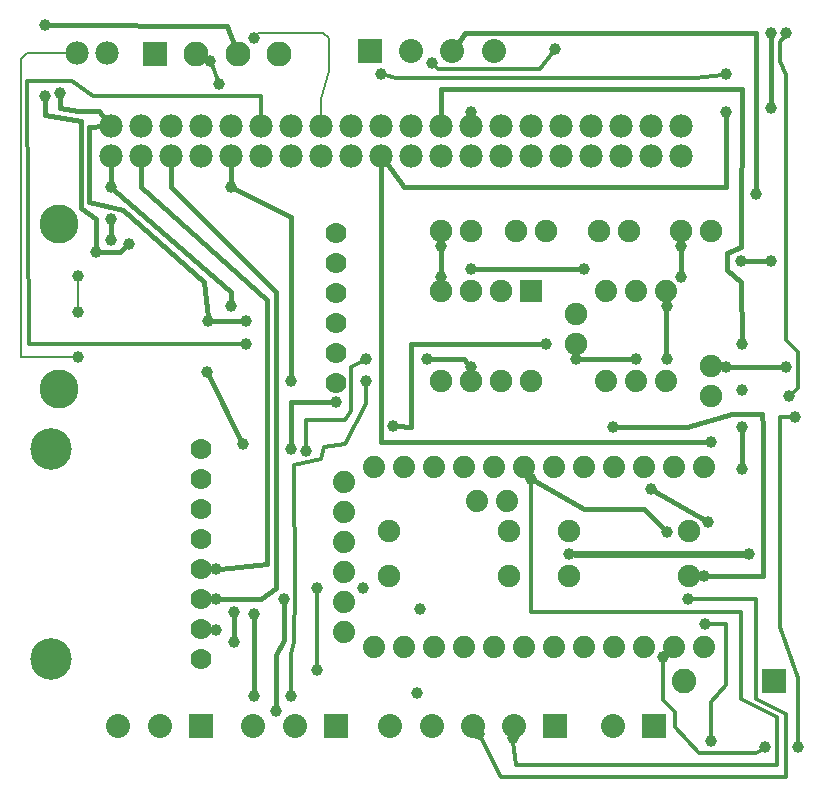
<source format=gtl>
G04 MADE WITH FRITZING*
G04 WWW.FRITZING.ORG*
G04 DOUBLE SIDED*
G04 HOLES PLATED*
G04 CONTOUR ON CENTER OF CONTOUR VECTOR*
%ASAXBY*%
%FSLAX23Y23*%
%MOIN*%
%OFA0B0*%
%SFA1.0B1.0*%
%ADD10C,0.078000*%
%ADD11C,0.039370*%
%ADD12C,0.075000*%
%ADD13C,0.083307*%
%ADD14C,0.074000*%
%ADD15C,0.070000*%
%ADD16C,0.138425*%
%ADD17C,0.082000*%
%ADD18C,0.080000*%
%ADD19C,0.129921*%
%ADD20R,0.083307X0.083307*%
%ADD21R,0.082000X0.082000*%
%ADD22R,0.080000X0.080000*%
%ADD23R,0.075000X0.075000*%
%ADD24C,0.008000*%
%ADD25C,0.016000*%
%ADD26C,0.012000*%
%ADD27C,0.024000*%
%LNCOPPER1*%
G90*
G70*
G54D10*
X306Y2543D03*
X206Y2543D03*
G54D11*
X322Y2096D03*
X210Y1529D03*
X210Y1678D03*
X211Y1798D03*
X321Y1918D03*
X321Y1988D03*
X1072Y1378D03*
X796Y2593D03*
X645Y1649D03*
X971Y1217D03*
X761Y1238D03*
X641Y1478D03*
X770Y1649D03*
X671Y822D03*
X671Y723D03*
X671Y621D03*
X1422Y1899D03*
X1422Y1797D03*
X721Y1698D03*
X921Y1448D03*
X2321Y1247D03*
X2521Y1849D03*
X1521Y2346D03*
X770Y1573D03*
X1771Y1573D03*
X1172Y1448D03*
X921Y398D03*
X2472Y2073D03*
X2446Y872D03*
X1847Y872D03*
X1721Y1122D03*
X2173Y947D03*
X1995Y1296D03*
X2298Y799D03*
X2370Y2346D03*
X2370Y2472D03*
X1221Y2472D03*
X2423Y1573D03*
X2423Y1421D03*
X2571Y1497D03*
X2370Y1497D03*
X2222Y1899D03*
X2222Y1797D03*
X2070Y1523D03*
X1870Y1523D03*
X1547Y272D03*
X2245Y723D03*
X1521Y1497D03*
X1373Y1523D03*
X1172Y1523D03*
X796Y674D03*
X796Y398D03*
X2173Y1698D03*
X2173Y1523D03*
X1008Y761D03*
X1008Y485D03*
X921Y1223D03*
X896Y723D03*
X871Y348D03*
X2121Y1088D03*
X2311Y978D03*
X2423Y1296D03*
X2423Y1157D03*
X151Y2408D03*
X721Y2096D03*
X102Y2398D03*
X102Y2637D03*
X271Y1878D03*
X380Y1907D03*
X2520Y2609D03*
X1521Y1823D03*
X1896Y1823D03*
X2422Y1848D03*
X1159Y761D03*
X732Y578D03*
X732Y678D03*
X1341Y408D03*
X1352Y688D03*
X1261Y1298D03*
X1661Y258D03*
X2302Y639D03*
X2320Y248D03*
X2581Y1398D03*
X2501Y228D03*
X2611Y228D03*
X2601Y1328D03*
X2521Y2358D03*
X2571Y2608D03*
X1801Y2557D03*
X1392Y2508D03*
X651Y2517D03*
X2161Y528D03*
X681Y2438D03*
G54D12*
X1846Y798D03*
X2246Y798D03*
X1846Y798D03*
X2246Y798D03*
X1246Y798D03*
X1646Y798D03*
X1246Y798D03*
X1646Y798D03*
G54D13*
X468Y2538D03*
X605Y2538D03*
X743Y2538D03*
X881Y2538D03*
G54D14*
X1096Y1113D03*
X1096Y1013D03*
X1096Y913D03*
X1096Y813D03*
X1096Y713D03*
X1096Y613D03*
X1196Y1163D03*
X1296Y1163D03*
X1396Y1163D03*
X1496Y1163D03*
X1596Y1163D03*
X1541Y1048D03*
X1641Y1048D03*
X1696Y1163D03*
X1796Y1163D03*
X1896Y1163D03*
X1996Y1163D03*
X2096Y1163D03*
X2196Y1163D03*
X2296Y1163D03*
X2296Y563D03*
X2196Y563D03*
X2096Y563D03*
X1996Y563D03*
X1896Y563D03*
X1796Y563D03*
X1696Y563D03*
X1596Y563D03*
X1496Y563D03*
X1396Y563D03*
X1296Y563D03*
X1196Y563D03*
G54D12*
X1846Y948D03*
X2246Y948D03*
X1846Y948D03*
X2246Y948D03*
X1246Y948D03*
X1646Y948D03*
X1246Y948D03*
X1646Y948D03*
G54D15*
X1071Y1443D03*
X1071Y1543D03*
X1071Y1643D03*
X1071Y1743D03*
X1071Y1843D03*
X1071Y1943D03*
X621Y1023D03*
G54D16*
X121Y523D03*
G54D15*
X621Y623D03*
X621Y823D03*
X621Y1223D03*
X621Y523D03*
X621Y723D03*
X621Y923D03*
X621Y1123D03*
G54D16*
X121Y1223D03*
G54D17*
X2529Y448D03*
X2231Y448D03*
G54D18*
X2131Y298D03*
X1993Y298D03*
G54D10*
X321Y2198D03*
X421Y2198D03*
X521Y2198D03*
X621Y2198D03*
X721Y2198D03*
X821Y2198D03*
X921Y2198D03*
X1021Y2198D03*
X1121Y2198D03*
X1221Y2198D03*
X1321Y2198D03*
X1421Y2198D03*
X1521Y2198D03*
X1621Y2198D03*
X1721Y2198D03*
X1821Y2198D03*
X1921Y2198D03*
X2021Y2198D03*
X2121Y2198D03*
X2221Y2198D03*
X321Y2198D03*
X421Y2198D03*
X521Y2198D03*
X621Y2198D03*
X721Y2198D03*
X821Y2198D03*
X921Y2198D03*
X1021Y2198D03*
X1121Y2198D03*
X1221Y2198D03*
X1321Y2198D03*
X1421Y2198D03*
X1521Y2198D03*
X1621Y2198D03*
X1721Y2198D03*
X1821Y2198D03*
X1921Y2198D03*
X2021Y2198D03*
X2121Y2198D03*
X2221Y2198D03*
X2221Y2298D03*
X2121Y2298D03*
X2021Y2298D03*
X1921Y2298D03*
X1821Y2298D03*
X1721Y2298D03*
X1621Y2298D03*
X1521Y2298D03*
X1421Y2298D03*
X1321Y2298D03*
X1221Y2298D03*
X1121Y2298D03*
X1021Y2298D03*
X921Y2298D03*
X821Y2298D03*
X721Y2298D03*
X621Y2298D03*
X521Y2298D03*
X421Y2298D03*
X321Y2298D03*
G54D12*
X1871Y1673D03*
X1871Y1573D03*
X2321Y1498D03*
X2321Y1398D03*
G54D14*
X1971Y1448D03*
X2071Y1448D03*
X2171Y1448D03*
X1971Y1448D03*
X2071Y1448D03*
X2171Y1448D03*
X1971Y1748D03*
X2071Y1748D03*
X2171Y1748D03*
X1971Y1748D03*
X2071Y1748D03*
X2171Y1748D03*
G54D19*
X146Y1973D03*
X146Y1423D03*
G54D12*
X2046Y1948D03*
X1946Y1948D03*
X2321Y1948D03*
X2221Y1948D03*
X1721Y1748D03*
X1721Y1448D03*
X1621Y1748D03*
X1621Y1448D03*
X1521Y1748D03*
X1521Y1448D03*
X1421Y1748D03*
X1421Y1448D03*
X1671Y1948D03*
X1771Y1948D03*
X1421Y1948D03*
X1521Y1948D03*
G54D18*
X1802Y298D03*
X1664Y298D03*
X1527Y298D03*
X1389Y298D03*
X1251Y298D03*
X1071Y298D03*
X933Y298D03*
X795Y298D03*
X1183Y2548D03*
X1321Y2548D03*
X1458Y2548D03*
X1596Y2548D03*
X621Y298D03*
X483Y298D03*
X345Y298D03*
G54D20*
X468Y2538D03*
G54D21*
X2530Y448D03*
G54D22*
X2131Y298D03*
G54D23*
X1721Y1748D03*
G54D22*
X1802Y298D03*
X1071Y298D03*
X1183Y2548D03*
X621Y298D03*
G54D24*
X21Y2523D02*
X20Y1529D01*
G54D25*
D02*
X321Y1974D02*
X321Y1932D01*
G54D24*
D02*
X41Y2542D02*
X21Y2523D01*
D02*
X20Y1529D02*
X197Y1529D01*
D02*
X182Y2543D02*
X41Y2542D01*
D02*
X1046Y2593D02*
X1046Y2483D01*
D02*
X811Y2608D02*
X1027Y2608D01*
D02*
X1046Y2483D02*
X1021Y2388D01*
D02*
X1021Y2388D02*
X1021Y2322D01*
D02*
X1027Y2608D02*
X1046Y2593D01*
D02*
X210Y1691D02*
X211Y1784D01*
G54D25*
D02*
X921Y1236D02*
X921Y1378D01*
D02*
X921Y1378D02*
X1058Y1378D01*
G54D24*
D02*
X806Y2603D02*
X811Y2608D01*
G54D26*
D02*
X971Y1231D02*
X971Y1318D01*
G54D25*
D02*
X647Y1466D02*
X755Y1250D01*
G54D26*
D02*
X1101Y1318D02*
X1121Y1348D01*
D02*
X971Y1318D02*
X1101Y1318D01*
D02*
X1122Y1497D02*
X1160Y1517D01*
D02*
X1121Y1348D02*
X1122Y1497D01*
G54D25*
D02*
X361Y2018D02*
X631Y1778D01*
D02*
X842Y838D02*
X685Y823D01*
D02*
X842Y938D02*
X842Y838D01*
D02*
X658Y1649D02*
X757Y1649D01*
D02*
X631Y1778D02*
X643Y1662D01*
D02*
X247Y2047D02*
X361Y2018D01*
D02*
X297Y2298D02*
X247Y2297D01*
D02*
X247Y2297D02*
X247Y2047D01*
D02*
X322Y2110D02*
X321Y2173D01*
D02*
X822Y723D02*
X871Y761D01*
D02*
X1422Y1810D02*
X1422Y1885D01*
D02*
X685Y723D02*
X822Y723D01*
D02*
X871Y761D02*
X872Y1747D01*
D02*
X872Y1747D02*
X520Y2096D01*
D02*
X520Y2096D02*
X521Y2173D01*
D02*
X842Y1718D02*
X842Y938D01*
D02*
X421Y2173D02*
X421Y2096D01*
D02*
X421Y2096D02*
X842Y1718D01*
D02*
X2422Y1897D02*
X2423Y2422D01*
D02*
X2373Y1877D02*
X2422Y1897D01*
D02*
X2373Y1818D02*
X2373Y1877D01*
D02*
X2422Y1779D02*
X2373Y1818D01*
D02*
X2423Y1586D02*
X2422Y1779D01*
D02*
X2423Y2422D02*
X1422Y2422D01*
D02*
X2307Y1247D02*
X1221Y1247D01*
D02*
X1221Y1247D02*
X1221Y2096D01*
D02*
X1221Y2096D02*
X1221Y2173D01*
D02*
X921Y1997D02*
X921Y1461D01*
D02*
X721Y2173D02*
X721Y2110D01*
D02*
X733Y2090D02*
X921Y1997D01*
D02*
X721Y1711D02*
X721Y1747D01*
D02*
X721Y1747D02*
X332Y2087D01*
G54D26*
D02*
X261Y2398D02*
X821Y2398D01*
D02*
X192Y2449D02*
X261Y2398D01*
G54D25*
D02*
X1320Y1296D02*
X1274Y1298D01*
D02*
X1320Y1573D02*
X1320Y1296D01*
D02*
X1757Y1573D02*
X1320Y1573D01*
G54D26*
D02*
X757Y1573D02*
X46Y1573D01*
D02*
X46Y1573D02*
X41Y2448D01*
D02*
X41Y2448D02*
X192Y2449D01*
D02*
X821Y2398D02*
X821Y2322D01*
G54D25*
D02*
X1422Y2422D02*
X1421Y2322D01*
G54D26*
D02*
X921Y538D02*
X931Y578D01*
D02*
X934Y761D02*
X931Y1168D01*
D02*
X931Y578D02*
X934Y761D01*
D02*
X1032Y1228D02*
X1101Y1238D01*
D02*
X1172Y1372D02*
X1172Y1434D01*
D02*
X1101Y1238D02*
X1172Y1372D01*
G54D25*
D02*
X2097Y1023D02*
X1896Y1023D01*
D02*
X2163Y957D02*
X2097Y1023D01*
G54D27*
D02*
X2427Y872D02*
X1866Y872D01*
G54D25*
D02*
X2471Y2608D02*
X1500Y2609D01*
D02*
X1500Y2609D02*
X1473Y2569D01*
D02*
X2472Y2087D02*
X2471Y2608D01*
G54D26*
D02*
X921Y411D02*
X921Y538D01*
D02*
X1022Y1188D02*
X1032Y1228D01*
D02*
X931Y1168D02*
X1022Y1188D01*
D02*
X2271Y2458D02*
X2357Y2470D01*
D02*
X1271Y2458D02*
X2271Y2458D01*
G54D25*
D02*
X2241Y1296D02*
X2008Y1296D01*
D02*
X2391Y1339D02*
X2241Y1296D01*
D02*
X2490Y1339D02*
X2391Y1339D01*
D02*
X2370Y2333D02*
X2370Y2096D01*
D02*
X1297Y2096D02*
X1236Y2178D01*
D02*
X2370Y2096D02*
X1297Y2096D01*
G54D26*
D02*
X1234Y2468D02*
X1271Y2458D01*
G54D25*
D02*
X2311Y799D02*
X2495Y799D01*
D02*
X2495Y1296D02*
X2490Y1339D01*
D02*
X2495Y799D02*
X2495Y1296D01*
D02*
X1896Y1023D02*
X1733Y1115D01*
D02*
X1386Y1523D02*
X1498Y1523D01*
G54D26*
D02*
X1553Y260D02*
X1621Y129D01*
D02*
X1621Y129D02*
X2570Y129D01*
D02*
X2570Y129D02*
X2571Y338D01*
D02*
X2571Y338D02*
X2471Y388D01*
D02*
X2471Y388D02*
X2472Y723D01*
D02*
X2472Y723D02*
X2258Y723D01*
G54D25*
D02*
X1883Y1523D02*
X2057Y1523D01*
D02*
X2222Y1885D02*
X2222Y1810D01*
D02*
X2383Y1497D02*
X2557Y1497D01*
D02*
X796Y411D02*
X796Y661D01*
D02*
X1498Y1523D02*
X1512Y1507D01*
D02*
X871Y362D02*
X871Y536D01*
D02*
X871Y536D02*
X896Y585D01*
D02*
X896Y585D02*
X896Y710D01*
G54D26*
D02*
X1008Y499D02*
X1008Y747D01*
G54D25*
D02*
X2172Y1537D02*
X2172Y1684D01*
D02*
X351Y1878D02*
X284Y1878D01*
D02*
X271Y1891D02*
X271Y1988D01*
D02*
X271Y1988D02*
X221Y2027D01*
D02*
X221Y2027D02*
X221Y2317D01*
D02*
X221Y2317D02*
X102Y2337D01*
D02*
X102Y2337D02*
X102Y2384D01*
D02*
X115Y2637D02*
X706Y2633D01*
D02*
X706Y2633D02*
X733Y2563D01*
D02*
X211Y2349D02*
X280Y2349D01*
D02*
X151Y2394D02*
X151Y2358D01*
D02*
X280Y2349D02*
X306Y2317D01*
D02*
X151Y2358D02*
X211Y2349D01*
D02*
X2299Y985D02*
X2132Y1082D01*
D02*
X2423Y1171D02*
X2423Y1283D01*
G54D26*
D02*
X2540Y168D02*
X2542Y328D01*
G54D25*
D02*
X732Y591D02*
X732Y665D01*
D02*
X371Y1898D02*
X351Y1878D01*
G54D26*
D02*
X1662Y245D02*
X1671Y168D01*
D02*
X2542Y328D02*
X2421Y388D01*
D02*
X1671Y168D02*
X2540Y168D01*
D02*
X2421Y388D02*
X2421Y678D01*
G54D25*
D02*
X2508Y1849D02*
X2435Y1848D01*
D02*
X1534Y1823D02*
X1883Y1823D01*
G54D26*
D02*
X2320Y261D02*
X2321Y378D01*
D02*
X2321Y378D02*
X2371Y437D01*
D02*
X2371Y437D02*
X2371Y639D01*
D02*
X2371Y639D02*
X2315Y639D01*
D02*
X2421Y678D02*
X1721Y678D01*
D02*
X1721Y678D02*
X1721Y1108D01*
D02*
X2611Y338D02*
X2611Y298D01*
G54D25*
D02*
X2521Y2517D02*
X2520Y2596D01*
G54D26*
D02*
X2588Y1328D02*
X2551Y1328D01*
D02*
X2551Y628D02*
X2611Y458D01*
D02*
X2551Y1328D02*
X2551Y628D01*
D02*
X2611Y458D02*
X2611Y338D01*
D02*
X2611Y298D02*
X2611Y242D01*
G54D25*
D02*
X2521Y2372D02*
X2521Y2517D01*
G54D26*
D02*
X1531Y2488D02*
X1751Y2488D01*
D02*
X2563Y2597D02*
X2551Y2578D01*
D02*
X2551Y2578D02*
X2551Y2517D01*
D02*
X2551Y2517D02*
X2571Y2468D01*
D02*
X2571Y2468D02*
X2570Y1587D01*
D02*
X2611Y1547D02*
X2611Y1427D01*
D02*
X2570Y1587D02*
X2611Y1547D01*
D02*
X2611Y1427D02*
X2591Y1407D01*
D02*
X1401Y2498D02*
X1411Y2488D01*
D02*
X1411Y2488D02*
X1531Y2488D01*
D02*
X1751Y2488D02*
X1793Y2546D01*
D02*
X2202Y347D02*
X2161Y387D01*
D02*
X2161Y387D02*
X2161Y515D01*
D02*
X2281Y209D02*
X2201Y297D01*
D02*
X630Y2527D02*
X639Y2523D01*
D02*
X2201Y297D02*
X2202Y347D01*
D02*
X656Y2505D02*
X676Y2450D01*
D02*
X2490Y221D02*
X2471Y209D01*
D02*
X2471Y209D02*
X2281Y209D01*
G04 End of Copper1*
M02*
</source>
